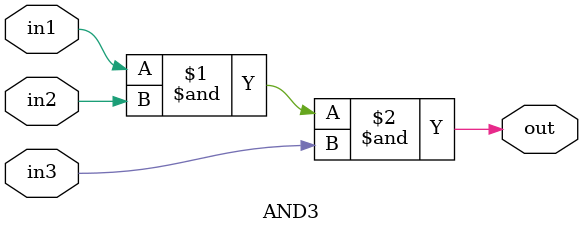
<source format=sv>
/* 3-input AND.
 *
 *
 * <script type="WaveDrom">
 * { assign:[
 *   ["out",
 *     ["&", "in1", "in2", "in3"]
 *   ]
 * ]}
 * </script>
 * 
 */
module AND3 #(
    parameter WIDTH = 1
)(
    input  wire [WIDTH-1:0] in1,
    input  wire [WIDTH-1:0] in2,
    input  wire [WIDTH-1:0] in3,
    output wire [WIDTH-1:0] out
);

    assign out = in1 & in2 & in3;

endmodule

</source>
